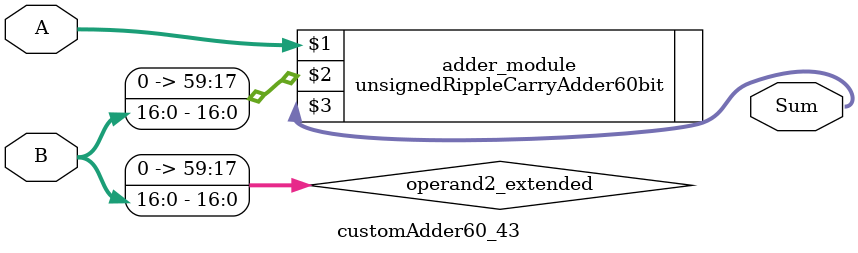
<source format=v>
module customAdder60_43(
                        input [59 : 0] A,
                        input [16 : 0] B,
                        
                        output [60 : 0] Sum
                );

        wire [59 : 0] operand2_extended;
        
        assign operand2_extended =  {43'b0, B};
        
        unsignedRippleCarryAdder60bit adder_module(
            A,
            operand2_extended,
            Sum
        );
        
        endmodule
        
</source>
